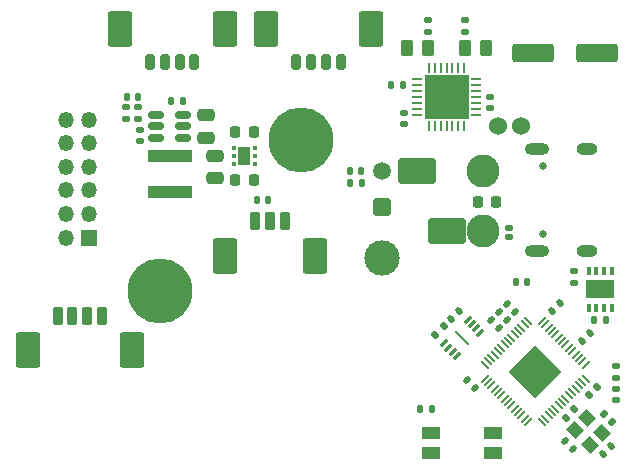
<source format=gbr>
%TF.GenerationSoftware,KiCad,Pcbnew,8.0.1*%
%TF.CreationDate,2024-06-02T00:59:28+08:00*%
%TF.ProjectId,SB-main-board,53422d6d-6169-46e2-9d62-6f6172642e6b,A0*%
%TF.SameCoordinates,Original*%
%TF.FileFunction,Soldermask,Top*%
%TF.FilePolarity,Negative*%
%FSLAX46Y46*%
G04 Gerber Fmt 4.6, Leading zero omitted, Abs format (unit mm)*
G04 Created by KiCad (PCBNEW 8.0.1) date 2024-06-02 00:59:28*
%MOMM*%
%LPD*%
G01*
G04 APERTURE LIST*
G04 Aperture macros list*
%AMRoundRect*
0 Rectangle with rounded corners*
0 $1 Rounding radius*
0 $2 $3 $4 $5 $6 $7 $8 $9 X,Y pos of 4 corners*
0 Add a 4 corners polygon primitive as box body*
4,1,4,$2,$3,$4,$5,$6,$7,$8,$9,$2,$3,0*
0 Add four circle primitives for the rounded corners*
1,1,$1+$1,$2,$3*
1,1,$1+$1,$4,$5*
1,1,$1+$1,$6,$7*
1,1,$1+$1,$8,$9*
0 Add four rect primitives between the rounded corners*
20,1,$1+$1,$2,$3,$4,$5,0*
20,1,$1+$1,$4,$5,$6,$7,0*
20,1,$1+$1,$6,$7,$8,$9,0*
20,1,$1+$1,$8,$9,$2,$3,0*%
%AMRotRect*
0 Rectangle, with rotation*
0 The origin of the aperture is its center*
0 $1 length*
0 $2 width*
0 $3 Rotation angle, in degrees counterclockwise*
0 Add horizontal line*
21,1,$1,$2,0,0,$3*%
G04 Aperture macros list end*
%ADD10R,1.550000X1.000000*%
%ADD11RoundRect,0.200000X-0.200000X-0.600000X0.200000X-0.600000X0.200000X0.600000X-0.200000X0.600000X0*%
%ADD12RoundRect,0.250001X-0.799999X-1.249999X0.799999X-1.249999X0.799999X1.249999X-0.799999X1.249999X0*%
%ADD13RoundRect,0.140000X0.140000X0.170000X-0.140000X0.170000X-0.140000X-0.170000X0.140000X-0.170000X0*%
%ADD14RoundRect,0.135000X-0.135000X-0.185000X0.135000X-0.185000X0.135000X0.185000X-0.135000X0.185000X0*%
%ADD15RoundRect,0.225000X0.225000X0.250000X-0.225000X0.250000X-0.225000X-0.250000X0.225000X-0.250000X0*%
%ADD16RoundRect,0.135000X-0.035355X0.226274X-0.226274X0.035355X0.035355X-0.226274X0.226274X-0.035355X0*%
%ADD17RoundRect,0.250000X0.475000X-0.250000X0.475000X0.250000X-0.475000X0.250000X-0.475000X-0.250000X0*%
%ADD18RoundRect,0.135000X-0.185000X0.135000X-0.185000X-0.135000X0.185000X-0.135000X0.185000X0.135000X0*%
%ADD19C,2.800000*%
%ADD20C,1.524000*%
%ADD21RoundRect,0.140000X0.170000X-0.140000X0.170000X0.140000X-0.170000X0.140000X-0.170000X-0.140000X0*%
%ADD22RoundRect,0.063500X-0.197566X-0.287368X0.287368X0.197566X0.197566X0.287368X-0.287368X-0.197566X0*%
%ADD23RotRect,0.203200X1.600200X45.000000*%
%ADD24RoundRect,0.140000X0.219203X0.021213X0.021213X0.219203X-0.219203X-0.021213X-0.021213X-0.219203X0*%
%ADD25RoundRect,0.140000X-0.021213X0.219203X-0.219203X0.021213X0.021213X-0.219203X0.219203X-0.021213X0*%
%ADD26RoundRect,0.140000X-0.219203X-0.021213X-0.021213X-0.219203X0.219203X0.021213X0.021213X0.219203X0*%
%ADD27RoundRect,0.140000X0.021213X-0.219203X0.219203X-0.021213X-0.021213X0.219203X-0.219203X0.021213X0*%
%ADD28RoundRect,0.062500X-0.325000X-0.062500X0.325000X-0.062500X0.325000X0.062500X-0.325000X0.062500X0*%
%ADD29RoundRect,0.062500X-0.062500X-0.325000X0.062500X-0.325000X0.062500X0.325000X-0.062500X0.325000X0*%
%ADD30R,3.750000X3.750000*%
%ADD31RoundRect,0.218750X0.218750X0.256250X-0.218750X0.256250X-0.218750X-0.256250X0.218750X-0.256250X0*%
%ADD32R,3.700000X1.100000*%
%ADD33RoundRect,0.261905X-1.338095X-0.838095X1.338095X-0.838095X1.338095X0.838095X-1.338095X0.838095X0*%
%ADD34RotRect,1.150000X1.000000X315.000000*%
%ADD35RoundRect,0.140000X-0.140000X-0.170000X0.140000X-0.170000X0.140000X0.170000X-0.140000X0.170000X0*%
%ADD36RoundRect,0.135000X0.226274X0.035355X0.035355X0.226274X-0.226274X-0.035355X-0.035355X-0.226274X0*%
%ADD37RoundRect,0.093750X0.093750X0.106250X-0.093750X0.106250X-0.093750X-0.106250X0.093750X-0.106250X0*%
%ADD38R,1.000000X1.600000*%
%ADD39RoundRect,0.250000X-1.500000X-0.550000X1.500000X-0.550000X1.500000X0.550000X-1.500000X0.550000X0*%
%ADD40RoundRect,0.250000X-0.475000X0.250000X-0.475000X-0.250000X0.475000X-0.250000X0.475000X0.250000X0*%
%ADD41RoundRect,0.050000X-0.238649X-0.309359X0.309359X0.238649X0.238649X0.309359X-0.309359X-0.238649X0*%
%ADD42RoundRect,0.050000X0.238649X-0.309359X0.309359X-0.238649X-0.238649X0.309359X-0.309359X0.238649X0*%
%ADD43RotRect,3.200000X3.200000X45.000000*%
%ADD44C,3.000000*%
%ADD45RoundRect,0.250001X0.499999X0.499999X-0.499999X0.499999X-0.499999X-0.499999X0.499999X-0.499999X0*%
%ADD46C,1.500000*%
%ADD47RoundRect,0.225000X-0.225000X-0.250000X0.225000X-0.250000X0.225000X0.250000X-0.225000X0.250000X0*%
%ADD48RoundRect,0.200000X0.200000X0.450000X-0.200000X0.450000X-0.200000X-0.450000X0.200000X-0.450000X0*%
%ADD49RoundRect,0.250001X0.799999X1.249999X-0.799999X1.249999X-0.799999X-1.249999X0.799999X-1.249999X0*%
%ADD50RoundRect,0.250000X0.262500X0.450000X-0.262500X0.450000X-0.262500X-0.450000X0.262500X-0.450000X0*%
%ADD51C,5.500000*%
%ADD52RoundRect,0.250000X-0.262500X-0.450000X0.262500X-0.450000X0.262500X0.450000X-0.262500X0.450000X0*%
%ADD53RoundRect,0.147500X0.172500X-0.147500X0.172500X0.147500X-0.172500X0.147500X-0.172500X-0.147500X0*%
%ADD54RoundRect,0.150000X0.512500X0.150000X-0.512500X0.150000X-0.512500X-0.150000X0.512500X-0.150000X0*%
%ADD55RoundRect,0.147500X0.147500X0.172500X-0.147500X0.172500X-0.147500X-0.172500X0.147500X-0.172500X0*%
%ADD56RoundRect,0.125000X0.225000X-0.125000X0.225000X0.125000X-0.225000X0.125000X-0.225000X-0.125000X0*%
%ADD57RoundRect,0.135000X0.035355X-0.226274X0.226274X-0.035355X-0.035355X0.226274X-0.226274X0.035355X0*%
%ADD58R,1.350000X1.350000*%
%ADD59O,1.350000X1.350000*%
%ADD60RoundRect,0.140000X-0.170000X0.140000X-0.170000X-0.140000X0.170000X-0.140000X0.170000X0.140000X0*%
%ADD61RoundRect,0.135000X0.135000X0.185000X-0.135000X0.185000X-0.135000X-0.185000X0.135000X-0.185000X0*%
%ADD62R,0.350000X0.650000*%
%ADD63R,2.400000X1.550000*%
%ADD64C,0.650000*%
%ADD65O,1.800000X1.000000*%
%ADD66O,2.100000X1.000000*%
G04 APERTURE END LIST*
D10*
%TO.C,SW1*%
X159062900Y-124664865D03*
X153812900Y-124664865D03*
X159062900Y-122964865D03*
X153812900Y-122964865D03*
%TD*%
D11*
%TO.C,J7*%
X122238900Y-113076865D03*
X123488900Y-113076865D03*
X124738900Y-113076865D03*
X125988900Y-113076865D03*
D12*
X119688900Y-115976865D03*
X128538900Y-115976865D03*
%TD*%
D13*
%TO.C,C37*%
X129073900Y-94496865D03*
X128113900Y-94496865D03*
%TD*%
D14*
%TO.C,R14*%
X150425292Y-93524866D03*
X151445292Y-93524866D03*
%TD*%
D15*
%TO.C,C36*%
X138826400Y-101536865D03*
X137276400Y-101536865D03*
%TD*%
D16*
%TO.C,R2*%
X154923731Y-113954035D03*
X154202483Y-114675283D03*
%TD*%
D11*
%TO.C,J4*%
X138963900Y-105071865D03*
X140213900Y-105071865D03*
X141463900Y-105071865D03*
D12*
X136413900Y-107971865D03*
X144013900Y-107971865D03*
%TD*%
D17*
%TO.C,C17*%
X135583900Y-101386865D03*
X135583900Y-99486865D03*
%TD*%
D18*
%TO.C,R6*%
X169502900Y-117294865D03*
X169502900Y-118314865D03*
%TD*%
D19*
%TO.C,J1*%
X158260400Y-105919165D03*
X158260400Y-100839165D03*
D20*
X159490400Y-96989165D03*
X161490400Y-96989165D03*
%TD*%
D21*
%TO.C,C21*%
X158865292Y-95484866D03*
X158865292Y-94524866D03*
%TD*%
D22*
%TO.C,U2*%
X154963751Y-115393352D03*
X155317305Y-115746906D03*
X155670859Y-116100460D03*
X156024413Y-116454014D03*
X158002049Y-114476378D03*
X157648495Y-114122824D03*
X157294941Y-113769270D03*
X156941387Y-113415716D03*
D23*
X156482900Y-114934865D03*
%TD*%
D24*
%TO.C,C11*%
X157557935Y-119205267D03*
X156879113Y-118526445D03*
%TD*%
D25*
%TO.C,C3*%
X169075831Y-124072268D03*
X168397009Y-124751090D03*
%TD*%
D26*
%TO.C,C2*%
X165158927Y-123652935D03*
X165837749Y-124331757D03*
%TD*%
D27*
%TO.C,C10*%
X166641278Y-115213092D03*
X167320100Y-114534270D03*
%TD*%
%TO.C,C7*%
X164095694Y-112667508D03*
X164774516Y-111988686D03*
%TD*%
D28*
%TO.C,U6*%
X152702792Y-93024866D03*
X152702792Y-93524866D03*
X152702792Y-94024866D03*
X152702792Y-94524866D03*
X152702792Y-95024866D03*
X152702792Y-95524866D03*
X152702792Y-96024866D03*
D29*
X153665292Y-96987366D03*
X154165292Y-96987366D03*
X154665292Y-96987366D03*
X155165292Y-96987366D03*
X155665292Y-96987366D03*
X156165292Y-96987366D03*
X156665292Y-96987366D03*
D28*
X157627792Y-96024866D03*
X157627792Y-95524866D03*
X157627792Y-95024866D03*
X157627792Y-94524866D03*
X157627792Y-94024866D03*
X157627792Y-93524866D03*
X157627792Y-93024866D03*
D29*
X156665292Y-92062366D03*
X156165292Y-92062366D03*
X155665292Y-92062366D03*
X155165292Y-92062366D03*
X154665292Y-92062366D03*
X154165292Y-92062366D03*
X153665292Y-92062366D03*
D30*
X155165292Y-94524866D03*
%TD*%
D14*
%TO.C,R3*%
X152912900Y-120984865D03*
X153932900Y-120984865D03*
%TD*%
D31*
%TO.C,FB1*%
X159382792Y-103384865D03*
X157807792Y-103384865D03*
%TD*%
D24*
%TO.C,C6*%
X160316319Y-113403380D03*
X159637497Y-112724558D03*
%TD*%
D32*
%TO.C,L1*%
X131734399Y-99535366D03*
X131734399Y-102535366D03*
%TD*%
D33*
%TO.C,TP1*%
X155192300Y-105919165D03*
%TD*%
D34*
%TO.C,Y1*%
X166073327Y-122738535D03*
X167310764Y-123975972D03*
X168300713Y-122986023D03*
X167063276Y-121748586D03*
%TD*%
D35*
%TO.C,C34*%
X161053900Y-110206865D03*
X162013900Y-110206865D03*
%TD*%
D36*
%TO.C,R5*%
X169215113Y-122071623D03*
X168493865Y-121350375D03*
%TD*%
D13*
%TO.C,C33*%
X140068900Y-103271865D03*
X139108900Y-103271865D03*
%TD*%
D37*
%TO.C,U11*%
X138938900Y-100171865D03*
X138938900Y-99521865D03*
X138938900Y-98871865D03*
X137163900Y-98871865D03*
X137163900Y-99521865D03*
X137163900Y-100171865D03*
D38*
X138051400Y-99521865D03*
%TD*%
D21*
%TO.C,C20*%
X151565292Y-96834865D03*
X151565292Y-95874865D03*
%TD*%
D39*
%TO.C,C22*%
X162472900Y-90834865D03*
X167872900Y-90834865D03*
%TD*%
D24*
%TO.C,C13*%
X161002119Y-112717580D03*
X160323297Y-112038758D03*
%TD*%
D40*
%TO.C,C16*%
X134813900Y-96066864D03*
X134813900Y-97966864D03*
%TD*%
D14*
%TO.C,R18*%
X146968900Y-101846865D03*
X147988900Y-101846865D03*
%TD*%
D41*
%TO.C,U1*%
X158396135Y-118367067D03*
X158678978Y-118649910D03*
X158961820Y-118932752D03*
X159244663Y-119215595D03*
X159527506Y-119498438D03*
X159810348Y-119781280D03*
X160093191Y-120064123D03*
X160376034Y-120346966D03*
X160658877Y-120629809D03*
X160941719Y-120912651D03*
X161224562Y-121195494D03*
X161507405Y-121478337D03*
X161790247Y-121761179D03*
X162073090Y-122044022D03*
D42*
X163257494Y-122044022D03*
X163540337Y-121761179D03*
X163823179Y-121478337D03*
X164106022Y-121195494D03*
X164388865Y-120912651D03*
X164671707Y-120629809D03*
X164954550Y-120346966D03*
X165237393Y-120064123D03*
X165520236Y-119781280D03*
X165803078Y-119498438D03*
X166085921Y-119215595D03*
X166368764Y-118932752D03*
X166651606Y-118649910D03*
X166934449Y-118367067D03*
D41*
X166934449Y-117182663D03*
X166651606Y-116899820D03*
X166368764Y-116616978D03*
X166085921Y-116334135D03*
X165803078Y-116051292D03*
X165520236Y-115768450D03*
X165237393Y-115485607D03*
X164954550Y-115202764D03*
X164671707Y-114919921D03*
X164388865Y-114637079D03*
X164106022Y-114354236D03*
X163823179Y-114071393D03*
X163540337Y-113788551D03*
X163257494Y-113505708D03*
D42*
X162073090Y-113505708D03*
X161790247Y-113788551D03*
X161507405Y-114071393D03*
X161224562Y-114354236D03*
X160941719Y-114637079D03*
X160658877Y-114919921D03*
X160376034Y-115202764D03*
X160093191Y-115485607D03*
X159810348Y-115768450D03*
X159527506Y-116051292D03*
X159244663Y-116334135D03*
X158961820Y-116616978D03*
X158678978Y-116899820D03*
X158396135Y-117182663D03*
D43*
X162665292Y-117774865D03*
%TD*%
D18*
%TO.C,R12*%
X128033900Y-95386865D03*
X128033900Y-96406865D03*
%TD*%
D44*
%TO.C,J5*%
X149682900Y-108159165D03*
D45*
X149682900Y-103839165D03*
D46*
X149682900Y-100839165D03*
%TD*%
D47*
%TO.C,C35*%
X137276400Y-97506865D03*
X138826400Y-97506865D03*
%TD*%
D48*
%TO.C,J8*%
X146196900Y-91530865D03*
X144946900Y-91530865D03*
X143696900Y-91530865D03*
X142446900Y-91530865D03*
D49*
X148746900Y-88780865D03*
X139896900Y-88780865D03*
%TD*%
D24*
%TO.C,C12*%
X159593311Y-114086276D03*
X158914489Y-113407454D03*
%TD*%
D50*
%TO.C,R16*%
X153615292Y-90424865D03*
X151790292Y-90424865D03*
%TD*%
D51*
%TO.C,H2*%
X130863900Y-110917865D03*
%TD*%
D33*
%TO.C,TP2*%
X152647900Y-100839165D03*
%TD*%
D21*
%TO.C,C27*%
X156715292Y-89004865D03*
X156715292Y-88044865D03*
%TD*%
D52*
%TO.C,R15*%
X156715292Y-90424865D03*
X158540292Y-90424865D03*
%TD*%
D13*
%TO.C,C14*%
X168652900Y-113404865D03*
X167692900Y-113404865D03*
%TD*%
D21*
%TO.C,C28*%
X153615292Y-89004865D03*
X153615292Y-88044865D03*
%TD*%
D53*
%TO.C,D1*%
X169502900Y-120220265D03*
X169502900Y-119250265D03*
%TD*%
D18*
%TO.C,R13*%
X129073900Y-95386865D03*
X129073900Y-96406865D03*
%TD*%
D54*
%TO.C,U4*%
X132871899Y-97966864D03*
X132871899Y-97016864D03*
X132871899Y-96066864D03*
X130596899Y-96066864D03*
X130596899Y-97016864D03*
X130596899Y-97966864D03*
%TD*%
D55*
%TO.C,D2*%
X147938900Y-100839165D03*
X146968900Y-100839165D03*
%TD*%
D51*
%TO.C,H1*%
X142847900Y-98146865D03*
%TD*%
D56*
%TO.C,D3*%
X160465292Y-106424865D03*
X160465292Y-105624865D03*
%TD*%
D57*
%TO.C,R4*%
X165276996Y-121673503D03*
X165998244Y-120952255D03*
%TD*%
D58*
%TO.C,J9*%
X124934042Y-106447865D03*
D59*
X122934042Y-106447865D03*
X124934042Y-104447865D03*
X122934042Y-104447865D03*
X124934042Y-102447865D03*
X122934042Y-102447865D03*
X124934042Y-100447865D03*
X122934042Y-100447865D03*
X124934042Y-98447865D03*
X122934042Y-98447865D03*
X124934042Y-96447865D03*
X122934042Y-96447865D03*
%TD*%
D27*
%TO.C,C1*%
X155544496Y-113333270D03*
X156223318Y-112654448D03*
%TD*%
D60*
%TO.C,C15*%
X129173900Y-97296865D03*
X129173900Y-98256865D03*
%TD*%
D18*
%TO.C,R10*%
X165915292Y-109264864D03*
X165915292Y-110284864D03*
%TD*%
D61*
%TO.C,R11*%
X132871899Y-94836865D03*
X131851899Y-94836865D03*
%TD*%
D16*
%TO.C,R1*%
X167928212Y-119049704D03*
X167206964Y-119770952D03*
%TD*%
D62*
%TO.C,U3*%
X167197900Y-112364865D03*
X167847900Y-112364865D03*
X168497900Y-112364865D03*
X169147900Y-112364865D03*
X169147900Y-109264865D03*
X168497900Y-109264865D03*
X167847900Y-109264865D03*
X167197900Y-109264865D03*
D63*
X168172900Y-110814865D03*
%TD*%
D48*
%TO.C,J6*%
X133822900Y-91530865D03*
X132572900Y-91530865D03*
X131322900Y-91530865D03*
X130072900Y-91530865D03*
D49*
X136372900Y-88780865D03*
X127522900Y-88780865D03*
%TD*%
D64*
%TO.C,J2*%
X163360292Y-100344865D03*
X163360292Y-106124865D03*
D65*
X167040292Y-98914865D03*
D66*
X162860292Y-98914865D03*
D65*
X167040292Y-107554865D03*
D66*
X162860292Y-107554865D03*
%TD*%
M02*

</source>
